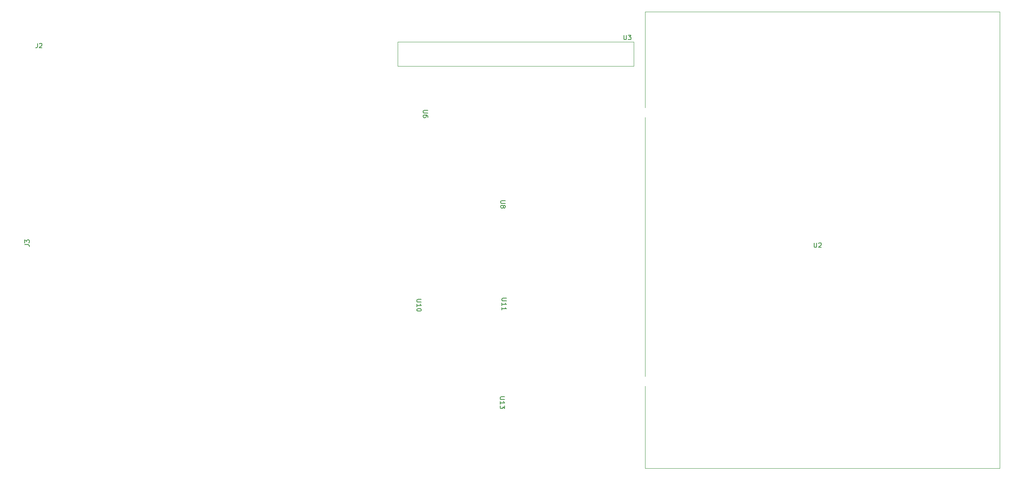
<source format=gto>
G04 #@! TF.GenerationSoftware,KiCad,Pcbnew,(6.0.10-0)*
G04 #@! TF.CreationDate,2023-01-03T15:37:50-08:00*
G04 #@! TF.ProjectId,lasagna-motherboard,6c617361-676e-4612-9d6d-6f7468657262,v0.1*
G04 #@! TF.SameCoordinates,Original*
G04 #@! TF.FileFunction,Legend,Top*
G04 #@! TF.FilePolarity,Positive*
%FSLAX46Y46*%
G04 Gerber Fmt 4.6, Leading zero omitted, Abs format (unit mm)*
G04 Created by KiCad (PCBNEW (6.0.10-0)) date 2023-01-03 15:37:50*
%MOMM*%
%LPD*%
G01*
G04 APERTURE LIST*
%ADD10C,0.150000*%
%ADD11C,0.120000*%
%ADD12C,1.000000*%
%ADD13C,3.302000*%
%ADD14C,2.184000*%
%ADD15R,1.981000X1.981000*%
%ADD16C,1.981000*%
%ADD17C,2.500000*%
%ADD18C,2.286000*%
%ADD19R,3.810000X3.810000*%
%ADD20R,1.778000X1.778000*%
%ADD21C,1.778000*%
%ADD22R,6.350000X6.350000*%
%ADD23C,3.810000*%
%ADD24C,3.429000*%
G04 APERTURE END LIST*
D10*
X211836095Y-112736380D02*
X211836095Y-113545904D01*
X211883714Y-113641142D01*
X211931333Y-113688761D01*
X212026571Y-113736380D01*
X212217047Y-113736380D01*
X212312285Y-113688761D01*
X212359904Y-113641142D01*
X212407523Y-113545904D01*
X212407523Y-112736380D01*
X212836095Y-112831619D02*
X212883714Y-112784000D01*
X212978952Y-112736380D01*
X213217047Y-112736380D01*
X213312285Y-112784000D01*
X213359904Y-112831619D01*
X213407523Y-112926857D01*
X213407523Y-113022095D01*
X213359904Y-113164952D01*
X212788476Y-113736380D01*
X213407523Y-113736380D01*
X144938619Y-146081904D02*
X144129095Y-146081904D01*
X144033857Y-146129523D01*
X143986238Y-146177142D01*
X143938619Y-146272380D01*
X143938619Y-146462857D01*
X143986238Y-146558095D01*
X144033857Y-146605714D01*
X144129095Y-146653333D01*
X144938619Y-146653333D01*
X143938619Y-147653333D02*
X143938619Y-147081904D01*
X143938619Y-147367619D02*
X144938619Y-147367619D01*
X144795761Y-147272380D01*
X144700523Y-147177142D01*
X144652904Y-147081904D01*
X144938619Y-147986666D02*
X144938619Y-148605714D01*
X144557666Y-148272380D01*
X144557666Y-148415238D01*
X144510047Y-148510476D01*
X144462428Y-148558095D01*
X144367190Y-148605714D01*
X144129095Y-148605714D01*
X144033857Y-148558095D01*
X143986238Y-148510476D01*
X143938619Y-148415238D01*
X143938619Y-148129523D01*
X143986238Y-148034285D01*
X144033857Y-147986666D01*
X126904619Y-124999904D02*
X126095095Y-124999904D01*
X125999857Y-125047523D01*
X125952238Y-125095142D01*
X125904619Y-125190380D01*
X125904619Y-125380857D01*
X125952238Y-125476095D01*
X125999857Y-125523714D01*
X126095095Y-125571333D01*
X126904619Y-125571333D01*
X125904619Y-126571333D02*
X125904619Y-125999904D01*
X125904619Y-126285619D02*
X126904619Y-126285619D01*
X126761761Y-126190380D01*
X126666523Y-126095142D01*
X126618904Y-125999904D01*
X126904619Y-127190380D02*
X126904619Y-127285619D01*
X126857000Y-127380857D01*
X126809380Y-127428476D01*
X126714142Y-127476095D01*
X126523666Y-127523714D01*
X126285571Y-127523714D01*
X126095095Y-127476095D01*
X125999857Y-127428476D01*
X125952238Y-127380857D01*
X125904619Y-127285619D01*
X125904619Y-127190380D01*
X125952238Y-127095142D01*
X125999857Y-127047523D01*
X126095095Y-126999904D01*
X126285571Y-126952285D01*
X126523666Y-126952285D01*
X126714142Y-126999904D01*
X126809380Y-127047523D01*
X126857000Y-127095142D01*
X126904619Y-127190380D01*
X170688095Y-67778380D02*
X170688095Y-68587904D01*
X170735714Y-68683142D01*
X170783333Y-68730761D01*
X170878571Y-68778380D01*
X171069047Y-68778380D01*
X171164285Y-68730761D01*
X171211904Y-68683142D01*
X171259523Y-68587904D01*
X171259523Y-67778380D01*
X171640476Y-67778380D02*
X172259523Y-67778380D01*
X171926190Y-68159333D01*
X172069047Y-68159333D01*
X172164285Y-68206952D01*
X172211904Y-68254571D01*
X172259523Y-68349809D01*
X172259523Y-68587904D01*
X172211904Y-68683142D01*
X172164285Y-68730761D01*
X172069047Y-68778380D01*
X171783333Y-68778380D01*
X171688095Y-68730761D01*
X171640476Y-68683142D01*
X43862666Y-69556380D02*
X43862666Y-70270666D01*
X43815047Y-70413523D01*
X43719809Y-70508761D01*
X43576952Y-70556380D01*
X43481714Y-70556380D01*
X44291238Y-69651619D02*
X44338857Y-69604000D01*
X44434095Y-69556380D01*
X44672190Y-69556380D01*
X44767428Y-69604000D01*
X44815047Y-69651619D01*
X44862666Y-69746857D01*
X44862666Y-69842095D01*
X44815047Y-69984952D01*
X44243619Y-70556380D01*
X44862666Y-70556380D01*
X41116380Y-113109333D02*
X41830666Y-113109333D01*
X41973523Y-113156952D01*
X42068761Y-113252190D01*
X42116380Y-113395047D01*
X42116380Y-113490285D01*
X41116380Y-112728380D02*
X41116380Y-112109333D01*
X41497333Y-112442666D01*
X41497333Y-112299809D01*
X41544952Y-112204571D01*
X41592571Y-112156952D01*
X41687809Y-112109333D01*
X41925904Y-112109333D01*
X42021142Y-112156952D01*
X42068761Y-112204571D01*
X42116380Y-112299809D01*
X42116380Y-112585523D01*
X42068761Y-112680761D01*
X42021142Y-112728380D01*
X145073619Y-103632095D02*
X144264095Y-103632095D01*
X144168857Y-103679714D01*
X144121238Y-103727333D01*
X144073619Y-103822571D01*
X144073619Y-104013047D01*
X144121238Y-104108285D01*
X144168857Y-104155904D01*
X144264095Y-104203523D01*
X145073619Y-104203523D01*
X144645047Y-104822571D02*
X144692666Y-104727333D01*
X144740285Y-104679714D01*
X144835523Y-104632095D01*
X144883142Y-104632095D01*
X144978380Y-104679714D01*
X145026000Y-104727333D01*
X145073619Y-104822571D01*
X145073619Y-105013047D01*
X145026000Y-105108285D01*
X144978380Y-105155904D01*
X144883142Y-105203523D01*
X144835523Y-105203523D01*
X144740285Y-105155904D01*
X144692666Y-105108285D01*
X144645047Y-105013047D01*
X144645047Y-104822571D01*
X144597428Y-104727333D01*
X144549809Y-104679714D01*
X144454571Y-104632095D01*
X144264095Y-104632095D01*
X144168857Y-104679714D01*
X144121238Y-104727333D01*
X144073619Y-104822571D01*
X144073619Y-105013047D01*
X144121238Y-105108285D01*
X144168857Y-105155904D01*
X144264095Y-105203523D01*
X144454571Y-105203523D01*
X144549809Y-105155904D01*
X144597428Y-105108285D01*
X144645047Y-105013047D01*
X128309619Y-84074095D02*
X127500095Y-84074095D01*
X127404857Y-84121714D01*
X127357238Y-84169333D01*
X127309619Y-84264571D01*
X127309619Y-84455047D01*
X127357238Y-84550285D01*
X127404857Y-84597904D01*
X127500095Y-84645523D01*
X128309619Y-84645523D01*
X128309619Y-85550285D02*
X128309619Y-85359809D01*
X128262000Y-85264571D01*
X128214380Y-85216952D01*
X128071523Y-85121714D01*
X127881047Y-85074095D01*
X127500095Y-85074095D01*
X127404857Y-85121714D01*
X127357238Y-85169333D01*
X127309619Y-85264571D01*
X127309619Y-85455047D01*
X127357238Y-85550285D01*
X127404857Y-85597904D01*
X127500095Y-85645523D01*
X127738190Y-85645523D01*
X127833428Y-85597904D01*
X127881047Y-85550285D01*
X127928666Y-85455047D01*
X127928666Y-85264571D01*
X127881047Y-85169333D01*
X127833428Y-85121714D01*
X127738190Y-85074095D01*
X145327619Y-124745904D02*
X144518095Y-124745904D01*
X144422857Y-124793523D01*
X144375238Y-124841142D01*
X144327619Y-124936380D01*
X144327619Y-125126857D01*
X144375238Y-125222095D01*
X144422857Y-125269714D01*
X144518095Y-125317333D01*
X145327619Y-125317333D01*
X144327619Y-126317333D02*
X144327619Y-125745904D01*
X144327619Y-126031619D02*
X145327619Y-126031619D01*
X145184761Y-125936380D01*
X145089523Y-125841142D01*
X145041904Y-125745904D01*
X144327619Y-127269714D02*
X144327619Y-126698285D01*
X144327619Y-126984000D02*
X145327619Y-126984000D01*
X145184761Y-126888761D01*
X145089523Y-126793523D01*
X145041904Y-126698285D01*
D11*
X175260000Y-161544000D02*
X251968000Y-161544000D01*
X251968000Y-161544000D02*
X251968000Y-62738000D01*
X251968000Y-62738000D02*
X175260000Y-62738000D01*
X175260000Y-62738000D02*
X175260000Y-161544000D01*
X172839000Y-70995667D02*
X172839000Y-69223001D01*
X172839000Y-69223001D02*
X121801000Y-69223000D01*
X121801000Y-69223000D02*
X121801000Y-74540999D01*
X121801000Y-74540999D02*
X172839000Y-74541000D01*
X172839000Y-72768333D02*
X172839000Y-70995667D01*
X172839000Y-74541000D02*
X172839000Y-72768333D01*
%LPC*%
D12*
X234968000Y-71544000D03*
X176968000Y-71544000D03*
X176968000Y-157544000D03*
X234968000Y-157544000D03*
D13*
X191135000Y-108585000D03*
X248285000Y-69215000D03*
X191135000Y-69215000D03*
X248285000Y-108585000D03*
D14*
X222250000Y-74612000D03*
X232410000Y-74612000D03*
D15*
X239712000Y-73660000D03*
D16*
X243213000Y-73660000D03*
D17*
X161544000Y-85852000D03*
X180594000Y-141732000D03*
X180594000Y-85852000D03*
X161544000Y-141732000D03*
D18*
X164592000Y-84582000D03*
X167132000Y-84582000D03*
X169672000Y-84582000D03*
X172212000Y-84582000D03*
X174752000Y-84582000D03*
X177292000Y-84582000D03*
X164592000Y-142748000D03*
X167132000Y-142748000D03*
X169672000Y-142748000D03*
X172212000Y-142748000D03*
X174752000Y-142748000D03*
X177292000Y-142748000D03*
X177292000Y-89662000D03*
X179832000Y-89662000D03*
X182372000Y-89662000D03*
X177292000Y-92202000D03*
X179832000Y-92202000D03*
X182372000Y-92202000D03*
X177292000Y-94742000D03*
X179832000Y-94742000D03*
X182372000Y-94742000D03*
X177292000Y-97282000D03*
X179832000Y-97282000D03*
X182372000Y-97282000D03*
X177419000Y-102362000D03*
X179959000Y-102362000D03*
X182499000Y-102362000D03*
X177419000Y-104902000D03*
X179959000Y-104902000D03*
X182499000Y-104902000D03*
X177419000Y-107442000D03*
X179959000Y-107442000D03*
X182499000Y-107442000D03*
X177419000Y-109982000D03*
X179959000Y-109982000D03*
X182499000Y-109982000D03*
X177419000Y-117602000D03*
X179959000Y-117602000D03*
X182499000Y-117602000D03*
X177419000Y-120142000D03*
X179959000Y-120142000D03*
X182499000Y-120142000D03*
X177419000Y-122682000D03*
X179959000Y-122682000D03*
X182499000Y-122682000D03*
X177419000Y-125222000D03*
X179959000Y-125222000D03*
X182499000Y-125222000D03*
X177419000Y-130302000D03*
X179959000Y-130302000D03*
X182499000Y-130302000D03*
X177419000Y-132842000D03*
X179959000Y-132842000D03*
X182499000Y-132842000D03*
X177419000Y-135382000D03*
X179959000Y-135382000D03*
X182499000Y-135382000D03*
X177419000Y-137922000D03*
X179959000Y-137922000D03*
X182499000Y-137922000D03*
D19*
X143891000Y-142240000D03*
X143891000Y-152400000D03*
D18*
X150495000Y-144780000D03*
X150495000Y-149860000D03*
D19*
X125857000Y-121158000D03*
X125857000Y-131318000D03*
D18*
X132461000Y-123698000D03*
X132461000Y-128778000D03*
D20*
X171450000Y-70612000D03*
D21*
X171450000Y-73152000D03*
X168910000Y-70612000D03*
X168910000Y-73152000D03*
X166370000Y-70612000D03*
X166370000Y-73152000D03*
X163830000Y-70612000D03*
X163830000Y-73152000D03*
X161290000Y-73152000D03*
X161290000Y-70612000D03*
X158750000Y-73152000D03*
X158750000Y-70612000D03*
X156210000Y-73152000D03*
X156210000Y-70612000D03*
X153670000Y-73152000D03*
X153670000Y-70612000D03*
X151130000Y-73152000D03*
X151130000Y-70612000D03*
X148590000Y-73152000D03*
X148590000Y-70612000D03*
X146050000Y-73152000D03*
X146050000Y-70612000D03*
X143510000Y-73152000D03*
X143510000Y-70612000D03*
X140970000Y-73152000D03*
X140970000Y-70612000D03*
X138430000Y-73152000D03*
X138430000Y-70612000D03*
X135890000Y-73152000D03*
X135890000Y-70612000D03*
X133350000Y-73152000D03*
X133350000Y-70612000D03*
X130810000Y-73152000D03*
X130810000Y-70612000D03*
X128270000Y-73152000D03*
X128270000Y-70612000D03*
X125730000Y-73152000D03*
X125730000Y-70612000D03*
X123190000Y-73152000D03*
X123190000Y-70612000D03*
D18*
X41402000Y-68580000D03*
X41402000Y-66040000D03*
D19*
X143764000Y-89916000D03*
X143764000Y-79756000D03*
D18*
X150368000Y-87376000D03*
X150368000Y-82296000D03*
D19*
X125857000Y-110490000D03*
X125857000Y-100330000D03*
D18*
X132461000Y-107950000D03*
X132461000Y-102870000D03*
D22*
X42164000Y-117856000D03*
X42164000Y-107696000D03*
D23*
X243332000Y-147066000D03*
X243332000Y-152146000D03*
D19*
X143764000Y-99314000D03*
X143764000Y-109474000D03*
D18*
X150368000Y-101854000D03*
X150368000Y-106934000D03*
D19*
X125857000Y-80010000D03*
X125857000Y-90170000D03*
D18*
X132461000Y-82550000D03*
X132461000Y-87630000D03*
D19*
X125857000Y-152400000D03*
X125857000Y-142240000D03*
D18*
X132461000Y-149860000D03*
X132461000Y-144780000D03*
D24*
X211582000Y-132080000D03*
X211582000Y-147320000D03*
X233172000Y-132080000D03*
X233172000Y-147320000D03*
D18*
X218567000Y-148590000D03*
X221107000Y-148590000D03*
X223647000Y-148590000D03*
X226187000Y-148590000D03*
X216027000Y-130810000D03*
X218567000Y-130810000D03*
X221107000Y-130810000D03*
X223647000Y-130810000D03*
X226187000Y-130810000D03*
X228727000Y-130810000D03*
D19*
X143891000Y-121158000D03*
X143891000Y-131318000D03*
D18*
X150495000Y-123698000D03*
X150495000Y-128778000D03*
M02*

</source>
